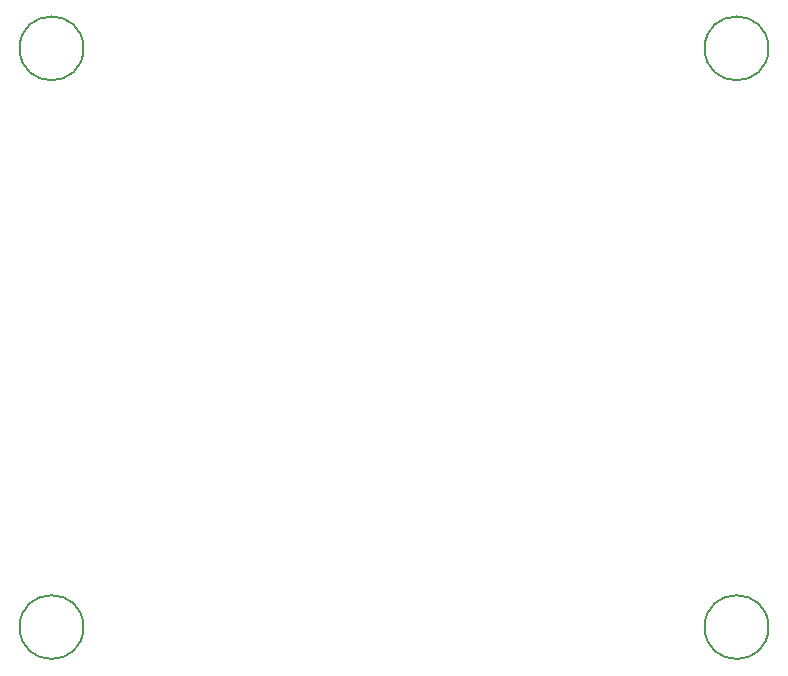
<source format=gbr>
G04 #@! TF.GenerationSoftware,KiCad,Pcbnew,(5.1.5)-3*
G04 #@! TF.CreationDate,2020-03-15T22:36:38-07:00*
G04 #@! TF.ProjectId,pihat,70696861-742e-46b6-9963-61645f706362,rev?*
G04 #@! TF.SameCoordinates,Original*
G04 #@! TF.FileFunction,Other,Comment*
%FSLAX46Y46*%
G04 Gerber Fmt 4.6, Leading zero omitted, Abs format (unit mm)*
G04 Created by KiCad (PCBNEW (5.1.5)-3) date 2020-03-15 22:36:38*
%MOMM*%
%LPD*%
G04 APERTURE LIST*
%ADD10C,0.150000*%
G04 APERTURE END LIST*
D10*
X206200000Y-97500000D02*
G75*
G03X206200000Y-97500000I-2700000J0D01*
G01*
X264200000Y-146500000D02*
G75*
G03X264200000Y-146500000I-2700000J0D01*
G01*
X206200000Y-146500000D02*
G75*
G03X206200000Y-146500000I-2700000J0D01*
G01*
X264200000Y-97500000D02*
G75*
G03X264200000Y-97500000I-2700000J0D01*
G01*
M02*

</source>
